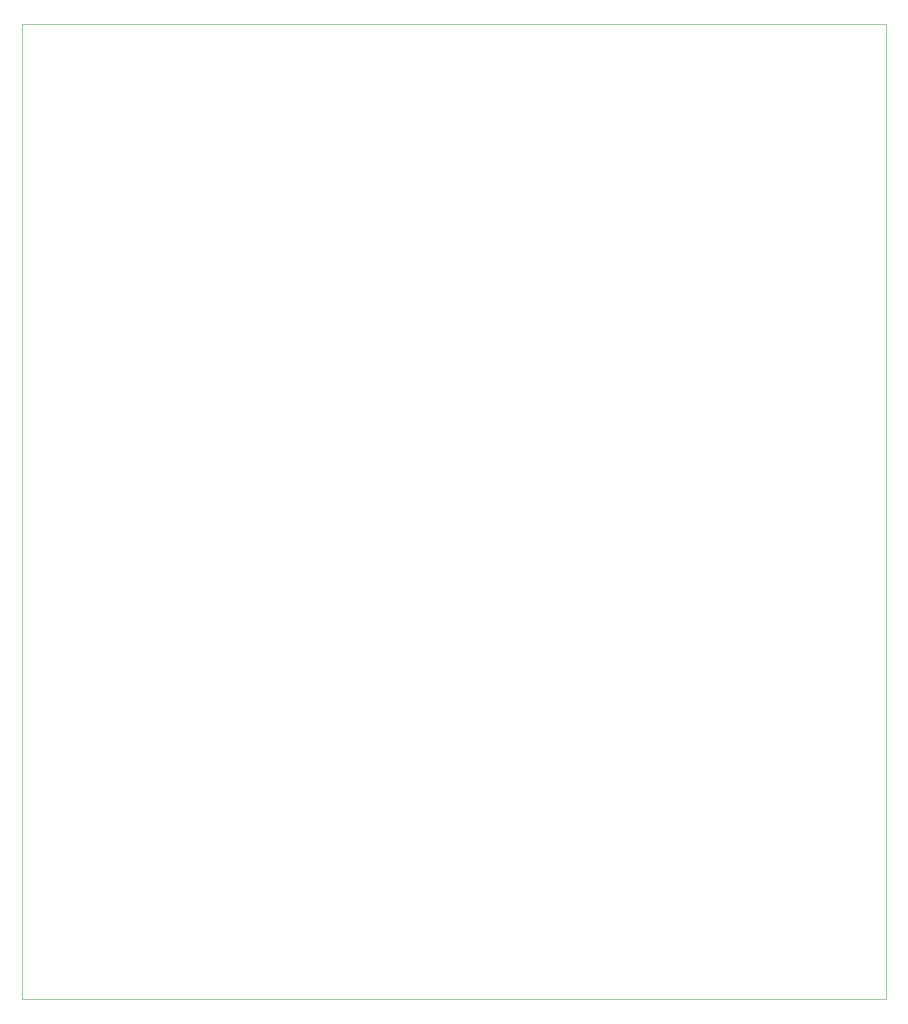
<source format=gbr>
%TF.GenerationSoftware,KiCad,Pcbnew,5.1.10*%
%TF.CreationDate,2021-12-20T20:01:49+01:00*%
%TF.ProjectId,Videoerweiterung,56696465-6f65-4727-9765-69746572756e,1*%
%TF.SameCoordinates,Original*%
%TF.FileFunction,Profile,NP*%
%FSLAX46Y46*%
G04 Gerber Fmt 4.6, Leading zero omitted, Abs format (unit mm)*
G04 Created by KiCad (PCBNEW 5.1.10) date 2021-12-20 20:01:49*
%MOMM*%
%LPD*%
G01*
G04 APERTURE LIST*
%TA.AperFunction,Profile*%
%ADD10C,0.100000*%
%TD*%
G04 APERTURE END LIST*
D10*
X42860000Y-50480000D02*
X42860000Y-210480000D01*
X184860000Y-50480000D02*
X42860000Y-50480000D01*
X184860000Y-210480000D02*
X184860000Y-50480000D01*
X42860000Y-210480000D02*
X184860000Y-210480000D01*
M02*

</source>
